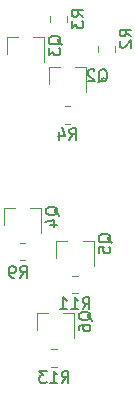
<source format=gbr>
%TF.GenerationSoftware,KiCad,Pcbnew,(5.1.9)-1*%
%TF.CreationDate,2022-01-22T22:11:56-08:00*%
%TF.ProjectId,keurig-filler,6b657572-6967-42d6-9669-6c6c65722e6b,rev?*%
%TF.SameCoordinates,Original*%
%TF.FileFunction,Legend,Bot*%
%TF.FilePolarity,Positive*%
%FSLAX46Y46*%
G04 Gerber Fmt 4.6, Leading zero omitted, Abs format (unit mm)*
G04 Created by KiCad (PCBNEW (5.1.9)-1) date 2022-01-22 22:11:56*
%MOMM*%
%LPD*%
G01*
G04 APERTURE LIST*
%ADD10C,0.120000*%
%ADD11C,0.150000*%
G04 APERTURE END LIST*
D10*
%TO.C,R13*%
X36983936Y-75211000D02*
X37438064Y-75211000D01*
X36983936Y-76681000D02*
X37438064Y-76681000D01*
%TO.C,R11*%
X38745936Y-68988000D02*
X39200064Y-68988000D01*
X38745936Y-70458000D02*
X39200064Y-70458000D01*
%TO.C,R9*%
X34300936Y-66194000D02*
X34755064Y-66194000D01*
X34300936Y-67664000D02*
X34755064Y-67664000D01*
%TO.C,Q6*%
X35758000Y-72122000D02*
X35758000Y-73582000D01*
X38918000Y-72122000D02*
X38918000Y-74282000D01*
X38918000Y-72122000D02*
X37988000Y-72122000D01*
X35758000Y-72122000D02*
X36688000Y-72122000D01*
%TO.C,Q5*%
X37409000Y-66026000D02*
X37409000Y-67486000D01*
X40569000Y-66026000D02*
X40569000Y-68186000D01*
X40569000Y-66026000D02*
X39639000Y-66026000D01*
X37409000Y-66026000D02*
X38339000Y-66026000D01*
%TO.C,Q4*%
X32964000Y-63232000D02*
X32964000Y-64692000D01*
X36124000Y-63232000D02*
X36124000Y-65392000D01*
X36124000Y-63232000D02*
X35194000Y-63232000D01*
X32964000Y-63232000D02*
X33894000Y-63232000D01*
%TO.C,R4*%
X38110936Y-56107000D02*
X38565064Y-56107000D01*
X38110936Y-54637000D02*
X38565064Y-54637000D01*
%TO.C,R3*%
X38327000Y-47471064D02*
X38327000Y-47016936D01*
X36857000Y-47471064D02*
X36857000Y-47016936D01*
%TO.C,R2*%
X42391000Y-50027064D02*
X42391000Y-49572936D01*
X40921000Y-50027064D02*
X40921000Y-49572936D01*
%TO.C,Q3*%
X33218000Y-48770000D02*
X34148000Y-48770000D01*
X36378000Y-48770000D02*
X35448000Y-48770000D01*
X36378000Y-48770000D02*
X36378000Y-50930000D01*
X33218000Y-48770000D02*
X33218000Y-50230000D01*
%TO.C,Q2*%
X36774000Y-51310000D02*
X37704000Y-51310000D01*
X39934000Y-51310000D02*
X39004000Y-51310000D01*
X39934000Y-51310000D02*
X39934000Y-53470000D01*
X36774000Y-51310000D02*
X36774000Y-52770000D01*
%TO.C,R13*%
D11*
X37853857Y-78048380D02*
X38187190Y-77572190D01*
X38425285Y-78048380D02*
X38425285Y-77048380D01*
X38044333Y-77048380D01*
X37949095Y-77096000D01*
X37901476Y-77143619D01*
X37853857Y-77238857D01*
X37853857Y-77381714D01*
X37901476Y-77476952D01*
X37949095Y-77524571D01*
X38044333Y-77572190D01*
X38425285Y-77572190D01*
X36901476Y-78048380D02*
X37472904Y-78048380D01*
X37187190Y-78048380D02*
X37187190Y-77048380D01*
X37282428Y-77191238D01*
X37377666Y-77286476D01*
X37472904Y-77334095D01*
X36568142Y-77048380D02*
X35949095Y-77048380D01*
X36282428Y-77429333D01*
X36139571Y-77429333D01*
X36044333Y-77476952D01*
X35996714Y-77524571D01*
X35949095Y-77619809D01*
X35949095Y-77857904D01*
X35996714Y-77953142D01*
X36044333Y-78000761D01*
X36139571Y-78048380D01*
X36425285Y-78048380D01*
X36520523Y-78000761D01*
X36568142Y-77953142D01*
%TO.C,R11*%
X39615857Y-71825380D02*
X39949190Y-71349190D01*
X40187285Y-71825380D02*
X40187285Y-70825380D01*
X39806333Y-70825380D01*
X39711095Y-70873000D01*
X39663476Y-70920619D01*
X39615857Y-71015857D01*
X39615857Y-71158714D01*
X39663476Y-71253952D01*
X39711095Y-71301571D01*
X39806333Y-71349190D01*
X40187285Y-71349190D01*
X38663476Y-71825380D02*
X39234904Y-71825380D01*
X38949190Y-71825380D02*
X38949190Y-70825380D01*
X39044428Y-70968238D01*
X39139666Y-71063476D01*
X39234904Y-71111095D01*
X37711095Y-71825380D02*
X38282523Y-71825380D01*
X37996809Y-71825380D02*
X37996809Y-70825380D01*
X38092047Y-70968238D01*
X38187285Y-71063476D01*
X38282523Y-71111095D01*
%TO.C,R9*%
X34329666Y-69159380D02*
X34663000Y-68683190D01*
X34901095Y-69159380D02*
X34901095Y-68159380D01*
X34520142Y-68159380D01*
X34424904Y-68207000D01*
X34377285Y-68254619D01*
X34329666Y-68349857D01*
X34329666Y-68492714D01*
X34377285Y-68587952D01*
X34424904Y-68635571D01*
X34520142Y-68683190D01*
X34901095Y-68683190D01*
X33853476Y-69159380D02*
X33663000Y-69159380D01*
X33567761Y-69111761D01*
X33520142Y-69064142D01*
X33424904Y-68921285D01*
X33377285Y-68730809D01*
X33377285Y-68349857D01*
X33424904Y-68254619D01*
X33472523Y-68207000D01*
X33567761Y-68159380D01*
X33758238Y-68159380D01*
X33853476Y-68207000D01*
X33901095Y-68254619D01*
X33948714Y-68349857D01*
X33948714Y-68587952D01*
X33901095Y-68683190D01*
X33853476Y-68730809D01*
X33758238Y-68778428D01*
X33567761Y-68778428D01*
X33472523Y-68730809D01*
X33424904Y-68683190D01*
X33377285Y-68587952D01*
%TO.C,Q6*%
X40385619Y-72786761D02*
X40338000Y-72691523D01*
X40242761Y-72596285D01*
X40099904Y-72453428D01*
X40052285Y-72358190D01*
X40052285Y-72262952D01*
X40290380Y-72310571D02*
X40242761Y-72215333D01*
X40147523Y-72120095D01*
X39957047Y-72072476D01*
X39623714Y-72072476D01*
X39433238Y-72120095D01*
X39338000Y-72215333D01*
X39290380Y-72310571D01*
X39290380Y-72501047D01*
X39338000Y-72596285D01*
X39433238Y-72691523D01*
X39623714Y-72739142D01*
X39957047Y-72739142D01*
X40147523Y-72691523D01*
X40242761Y-72596285D01*
X40290380Y-72501047D01*
X40290380Y-72310571D01*
X39290380Y-73596285D02*
X39290380Y-73405809D01*
X39338000Y-73310571D01*
X39385619Y-73262952D01*
X39528476Y-73167714D01*
X39718952Y-73120095D01*
X40099904Y-73120095D01*
X40195142Y-73167714D01*
X40242761Y-73215333D01*
X40290380Y-73310571D01*
X40290380Y-73501047D01*
X40242761Y-73596285D01*
X40195142Y-73643904D01*
X40099904Y-73691523D01*
X39861809Y-73691523D01*
X39766571Y-73643904D01*
X39718952Y-73596285D01*
X39671333Y-73501047D01*
X39671333Y-73310571D01*
X39718952Y-73215333D01*
X39766571Y-73167714D01*
X39861809Y-73120095D01*
%TO.C,Q5*%
X42076619Y-66198761D02*
X42029000Y-66103523D01*
X41933761Y-66008285D01*
X41790904Y-65865428D01*
X41743285Y-65770190D01*
X41743285Y-65674952D01*
X41981380Y-65722571D02*
X41933761Y-65627333D01*
X41838523Y-65532095D01*
X41648047Y-65484476D01*
X41314714Y-65484476D01*
X41124238Y-65532095D01*
X41029000Y-65627333D01*
X40981380Y-65722571D01*
X40981380Y-65913047D01*
X41029000Y-66008285D01*
X41124238Y-66103523D01*
X41314714Y-66151142D01*
X41648047Y-66151142D01*
X41838523Y-66103523D01*
X41933761Y-66008285D01*
X41981380Y-65913047D01*
X41981380Y-65722571D01*
X40981380Y-67055904D02*
X40981380Y-66579714D01*
X41457571Y-66532095D01*
X41409952Y-66579714D01*
X41362333Y-66674952D01*
X41362333Y-66913047D01*
X41409952Y-67008285D01*
X41457571Y-67055904D01*
X41552809Y-67103523D01*
X41790904Y-67103523D01*
X41886142Y-67055904D01*
X41933761Y-67008285D01*
X41981380Y-66913047D01*
X41981380Y-66674952D01*
X41933761Y-66579714D01*
X41886142Y-66532095D01*
%TO.C,Q4*%
X37591619Y-63896761D02*
X37544000Y-63801523D01*
X37448761Y-63706285D01*
X37305904Y-63563428D01*
X37258285Y-63468190D01*
X37258285Y-63372952D01*
X37496380Y-63420571D02*
X37448761Y-63325333D01*
X37353523Y-63230095D01*
X37163047Y-63182476D01*
X36829714Y-63182476D01*
X36639238Y-63230095D01*
X36544000Y-63325333D01*
X36496380Y-63420571D01*
X36496380Y-63611047D01*
X36544000Y-63706285D01*
X36639238Y-63801523D01*
X36829714Y-63849142D01*
X37163047Y-63849142D01*
X37353523Y-63801523D01*
X37448761Y-63706285D01*
X37496380Y-63611047D01*
X37496380Y-63420571D01*
X36829714Y-64706285D02*
X37496380Y-64706285D01*
X36448761Y-64468190D02*
X37163047Y-64230095D01*
X37163047Y-64849142D01*
%TO.C,R4*%
X38504666Y-57474380D02*
X38838000Y-56998190D01*
X39076095Y-57474380D02*
X39076095Y-56474380D01*
X38695142Y-56474380D01*
X38599904Y-56522000D01*
X38552285Y-56569619D01*
X38504666Y-56664857D01*
X38504666Y-56807714D01*
X38552285Y-56902952D01*
X38599904Y-56950571D01*
X38695142Y-56998190D01*
X39076095Y-56998190D01*
X37647523Y-56807714D02*
X37647523Y-57474380D01*
X37885619Y-56426761D02*
X38123714Y-57141047D01*
X37504666Y-57141047D01*
%TO.C,R3*%
X39694380Y-47077333D02*
X39218190Y-46744000D01*
X39694380Y-46505904D02*
X38694380Y-46505904D01*
X38694380Y-46886857D01*
X38742000Y-46982095D01*
X38789619Y-47029714D01*
X38884857Y-47077333D01*
X39027714Y-47077333D01*
X39122952Y-47029714D01*
X39170571Y-46982095D01*
X39218190Y-46886857D01*
X39218190Y-46505904D01*
X38694380Y-47410666D02*
X38694380Y-48029714D01*
X39075333Y-47696380D01*
X39075333Y-47839238D01*
X39122952Y-47934476D01*
X39170571Y-47982095D01*
X39265809Y-48029714D01*
X39503904Y-48029714D01*
X39599142Y-47982095D01*
X39646761Y-47934476D01*
X39694380Y-47839238D01*
X39694380Y-47553523D01*
X39646761Y-47458285D01*
X39599142Y-47410666D01*
%TO.C,R2*%
X43758380Y-48728333D02*
X43282190Y-48395000D01*
X43758380Y-48156904D02*
X42758380Y-48156904D01*
X42758380Y-48537857D01*
X42806000Y-48633095D01*
X42853619Y-48680714D01*
X42948857Y-48728333D01*
X43091714Y-48728333D01*
X43186952Y-48680714D01*
X43234571Y-48633095D01*
X43282190Y-48537857D01*
X43282190Y-48156904D01*
X42853619Y-49109285D02*
X42806000Y-49156904D01*
X42758380Y-49252142D01*
X42758380Y-49490238D01*
X42806000Y-49585476D01*
X42853619Y-49633095D01*
X42948857Y-49680714D01*
X43044095Y-49680714D01*
X43186952Y-49633095D01*
X43758380Y-49061666D01*
X43758380Y-49680714D01*
%TO.C,Q3*%
X37845619Y-49434761D02*
X37798000Y-49339523D01*
X37702761Y-49244285D01*
X37559904Y-49101428D01*
X37512285Y-49006190D01*
X37512285Y-48910952D01*
X37750380Y-48958571D02*
X37702761Y-48863333D01*
X37607523Y-48768095D01*
X37417047Y-48720476D01*
X37083714Y-48720476D01*
X36893238Y-48768095D01*
X36798000Y-48863333D01*
X36750380Y-48958571D01*
X36750380Y-49149047D01*
X36798000Y-49244285D01*
X36893238Y-49339523D01*
X37083714Y-49387142D01*
X37417047Y-49387142D01*
X37607523Y-49339523D01*
X37702761Y-49244285D01*
X37750380Y-49149047D01*
X37750380Y-48958571D01*
X36750380Y-49720476D02*
X36750380Y-50339523D01*
X37131333Y-50006190D01*
X37131333Y-50149047D01*
X37178952Y-50244285D01*
X37226571Y-50291904D01*
X37321809Y-50339523D01*
X37559904Y-50339523D01*
X37655142Y-50291904D01*
X37702761Y-50244285D01*
X37750380Y-50149047D01*
X37750380Y-49863333D01*
X37702761Y-49768095D01*
X37655142Y-49720476D01*
%TO.C,Q2*%
X40949238Y-52617619D02*
X41044476Y-52570000D01*
X41139714Y-52474761D01*
X41282571Y-52331904D01*
X41377809Y-52284285D01*
X41473047Y-52284285D01*
X41425428Y-52522380D02*
X41520666Y-52474761D01*
X41615904Y-52379523D01*
X41663523Y-52189047D01*
X41663523Y-51855714D01*
X41615904Y-51665238D01*
X41520666Y-51570000D01*
X41425428Y-51522380D01*
X41234952Y-51522380D01*
X41139714Y-51570000D01*
X41044476Y-51665238D01*
X40996857Y-51855714D01*
X40996857Y-52189047D01*
X41044476Y-52379523D01*
X41139714Y-52474761D01*
X41234952Y-52522380D01*
X41425428Y-52522380D01*
X40615904Y-51617619D02*
X40568285Y-51570000D01*
X40473047Y-51522380D01*
X40234952Y-51522380D01*
X40139714Y-51570000D01*
X40092095Y-51617619D01*
X40044476Y-51712857D01*
X40044476Y-51808095D01*
X40092095Y-51950952D01*
X40663523Y-52522380D01*
X40044476Y-52522380D01*
%TD*%
M02*

</source>
